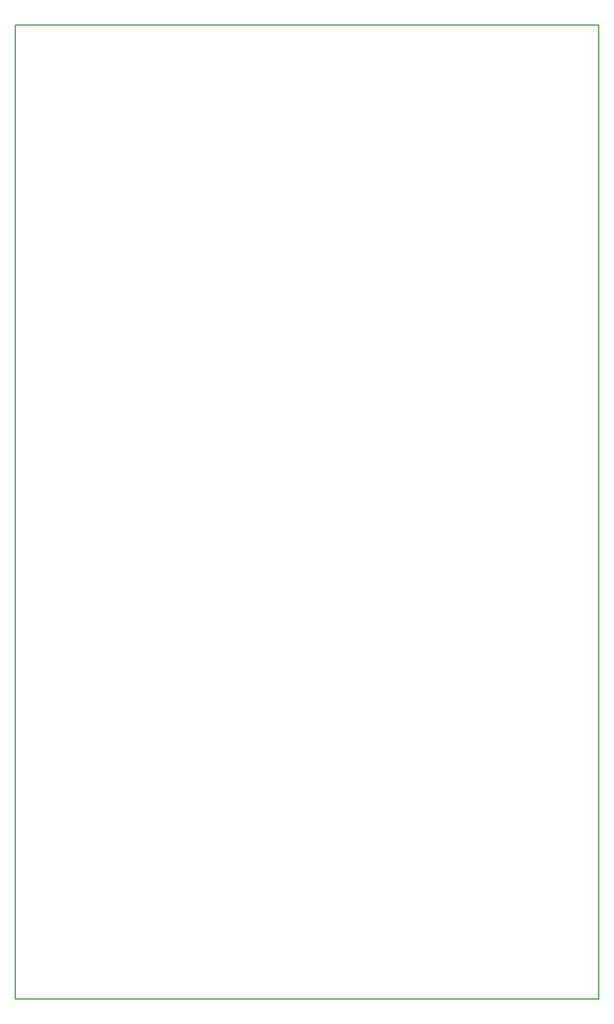
<source format=gbr>
G04 #@! TF.GenerationSoftware,KiCad,Pcbnew,(5.0.1-3-g963ef8bb5)*
G04 #@! TF.CreationDate,2019-03-29T07:41:50-05:00*
G04 #@! TF.ProjectId,HandheldGame,48616E6468656C6447616D652E6B6963,rev?*
G04 #@! TF.SameCoordinates,Original*
G04 #@! TF.FileFunction,Profile,NP*
%FSLAX46Y46*%
G04 Gerber Fmt 4.6, Leading zero omitted, Abs format (unit mm)*
G04 Created by KiCad (PCBNEW (5.0.1-3-g963ef8bb5)) date Friday, March 29, 2019 at 07:41:50 AM*
%MOMM*%
%LPD*%
G01*
G04 APERTURE LIST*
%ADD10C,0.150000*%
G04 APERTURE END LIST*
D10*
X103000000Y-166000000D02*
X103000000Y-21000000D01*
X190000000Y-166000000D02*
X103000000Y-166000000D01*
X190000000Y-21000000D02*
X190000000Y-166000000D01*
X103000000Y-21000000D02*
X190000000Y-21000000D01*
M02*

</source>
